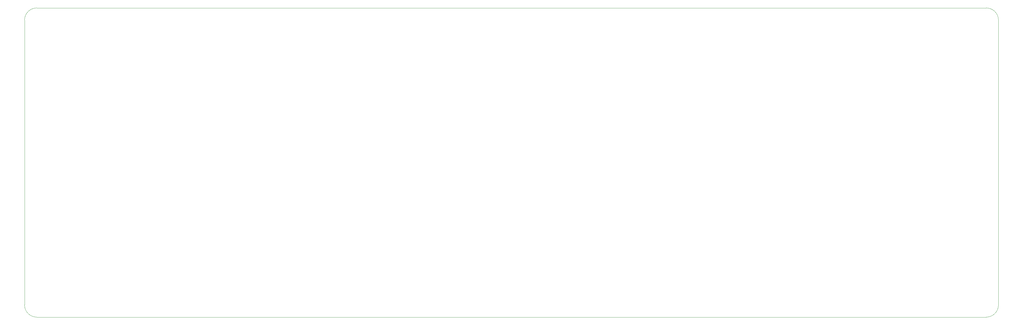
<source format=gbr>
G04 #@! TF.GenerationSoftware,KiCad,Pcbnew,(5.1.5)-3*
G04 #@! TF.CreationDate,2020-03-15T19:25:50-07:00*
G04 #@! TF.ProjectId,keyboard-layout,6b657962-6f61-4726-942d-6c61796f7574,rev?*
G04 #@! TF.SameCoordinates,Original*
G04 #@! TF.FileFunction,Profile,NP*
%FSLAX46Y46*%
G04 Gerber Fmt 4.6, Leading zero omitted, Abs format (unit mm)*
G04 Created by KiCad (PCBNEW (5.1.5)-3) date 2020-03-15 19:25:50*
%MOMM*%
%LPD*%
G04 APERTURE LIST*
%ADD10C,0.100000*%
G04 APERTURE END LIST*
D10*
X17000000Y-21000000D02*
G75*
G02X21000000Y-17000000I4000000J0D01*
G01*
X21000000Y-118000000D02*
G75*
G02X17000000Y-114000000I0J4000000D01*
G01*
X335000000Y-114000000D02*
G75*
G02X331000000Y-118000000I-4000000J0D01*
G01*
X331000000Y-17000000D02*
G75*
G02X335000000Y-21000000I0J-4000000D01*
G01*
X331000000Y-17000000D02*
X21000000Y-17000000D01*
X335000000Y-114000000D02*
X335000000Y-21000000D01*
X21000000Y-118000000D02*
X331000000Y-118000000D01*
X17000000Y-21000000D02*
X17000000Y-114000000D01*
M02*

</source>
